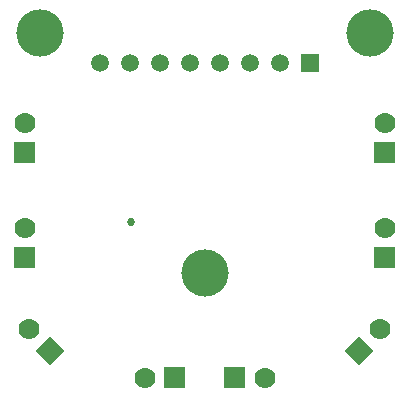
<source format=gbs>
%FSLAX33Y33*%
%MOMM*%
%AMRect-W1778000-H1778000-RO1.000*
21,1,1.778,1.778,0.,0.,180*%
%AMRect-W1778000-H1778000-RO1.250*
21,1,1.778,1.778,0.,0.,135*%
%AMRect-W1778000-H1778000-RO0.750*
21,1,1.778,1.778,0.,0.,225*%
%AMRect-W1778000-H1778000-RO0.500*
21,1,1.778,1.778,0.,0.,270*%
%AMRect-W1778000-H1778000-RO1.500*
21,1,1.778,1.778,0.,0.,90*%
%AMRect-W1500000-H1500000-RO0.500*
21,1,1.5,1.5,0.,0.,270*%
%ADD10C,0.68834*%
%ADD11C,1.778*%
%ADD12Rect-W1778000-H1778000-RO1.000*%
%ADD13C,1.778*%
%ADD14Rect-W1778000-H1778000-RO1.250*%
%ADD15C,1.778*%
%ADD16Rect-W1778000-H1778000-RO0.750*%
%ADD17C,4.*%
%ADD18C,1.778*%
%ADD19Rect-W1778000-H1778000-RO0.500*%
%ADD20C,1.778*%
%ADD21Rect-W1778000-H1778000-RO1.500*%
%ADD22C,1.5*%
%ADD23Rect-W1500000-H1500000-RO0.500*%
D10*
%LNbottom solder mask_traces*%
G01*
X11557Y15748D03*
%LNbottom solder mask component fc4ab4143d6492ec*%
D11*
X2540Y15240D03*
D12*
X2540Y12700D03*
%LNbottom solder mask component 8081dbe1fc64fbc3*%
D11*
X2540Y24130D03*
D12*
X2540Y21590D03*
%LNbottom solder mask component acea897f8989f1d9*%
D13*
X32648Y6613D03*
D14*
X30852Y4817D03*
%LNbottom solder mask component 50fb72db43f2db52*%
D11*
X33020Y24130D03*
D12*
X33020Y21590D03*
%LNbottom solder mask component 07940880643af1f4*%
D15*
X2912Y6613D03*
D16*
X4708Y4817D03*
%LNbottom solder mask component c49cb73e0cfdca39*%
D17*
X17780Y11430D03*
%LNbottom solder mask component 432a153fe0b184c8*%
D11*
X33020Y15240D03*
D12*
X33020Y12700D03*
%LNbottom solder mask component 2783f7ae62fabf0f*%
D18*
X12700Y2540D03*
D19*
X15240Y2540D03*
%LNbottom solder mask component 96b70c30af19ca9a*%
D17*
X31750Y31750D03*
%LNbottom solder mask component 7b98a7e85593e7e7*%
D20*
X22860Y2540D03*
D21*
X20320Y2540D03*
%LNbottom solder mask component be02c169f3ae9f69*%
D17*
X3810Y31750D03*
%LNbottom solder mask component 005ca3e7d4f4fb47*%
D22*
X24130Y29210D03*
X21590Y29210D03*
X19050Y29210D03*
X16510Y29210D03*
X13970Y29210D03*
X11430Y29210D03*
X8890Y29210D03*
D23*
X26670Y29210D03*
M02*
</source>
